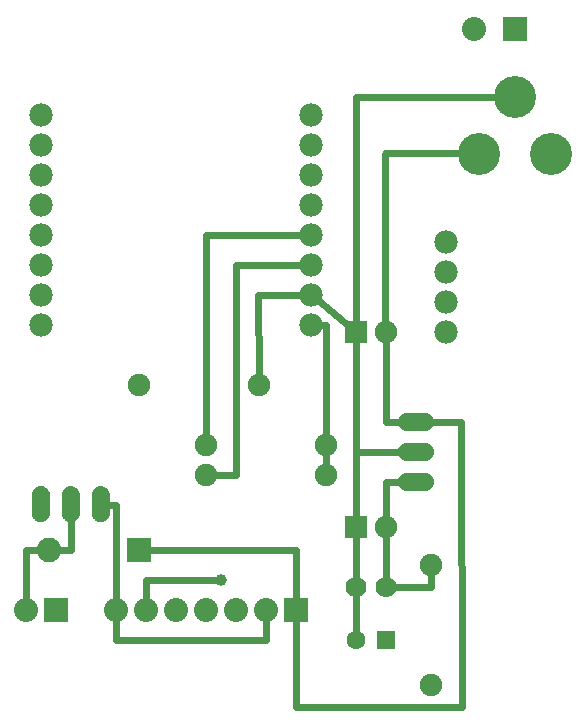
<source format=gbl>
G04 MADE WITH FRITZING*
G04 WWW.FRITZING.ORG*
G04 DOUBLE SIDED*
G04 HOLES PLATED*
G04 CONTOUR ON CENTER OF CONTOUR VECTOR*
%ASAXBY*%
%FSLAX23Y23*%
%MOIN*%
%OFA0B0*%
%SFA1.0B1.0*%
%ADD10C,0.077778*%
%ADD11C,0.075000*%
%ADD12C,0.080000*%
%ADD13C,0.140000*%
%ADD14C,0.060000*%
%ADD15C,0.062992*%
%ADD16C,0.070000*%
%ADD17C,0.082000*%
%ADD18C,0.039370*%
%ADD19C,0.078000*%
%ADD20R,0.080000X0.080000*%
%ADD21R,0.075000X0.075000*%
%ADD22R,0.062992X0.062992*%
%ADD23R,0.082000X0.082000*%
%ADD24C,0.024000*%
%ADD25R,0.001000X0.001000*%
%LNCOPPER0*%
G90*
G70*
G54D10*
X150Y2051D03*
X150Y1951D03*
X150Y1851D03*
X150Y1751D03*
X150Y1651D03*
X150Y1551D03*
X150Y1451D03*
X150Y1351D03*
X1050Y1351D03*
X1050Y1451D03*
X1050Y1551D03*
X1050Y1651D03*
X1050Y1751D03*
X1050Y1851D03*
X1050Y1951D03*
X1050Y2051D03*
G54D11*
X1100Y951D03*
X700Y951D03*
X1100Y851D03*
X700Y851D03*
G54D12*
X999Y402D03*
X899Y402D03*
X799Y402D03*
X699Y402D03*
X599Y402D03*
X499Y402D03*
X399Y402D03*
G54D13*
X1610Y1921D03*
X1850Y1921D03*
X1730Y2111D03*
G54D14*
X1400Y1026D03*
X1400Y926D03*
X1400Y826D03*
G54D11*
X1200Y1326D03*
X1300Y1326D03*
X1200Y676D03*
X1300Y676D03*
X1450Y551D03*
X1450Y151D03*
G54D15*
X1298Y301D03*
X1200Y301D03*
G54D16*
X1200Y476D03*
X1300Y476D03*
G54D14*
X149Y752D03*
X249Y752D03*
X349Y752D03*
G54D11*
X475Y1151D03*
X875Y1151D03*
G54D17*
X475Y601D03*
X177Y601D03*
G54D18*
X749Y502D03*
G54D12*
X199Y402D03*
X99Y402D03*
G54D19*
X1500Y1326D03*
X1500Y1426D03*
X1500Y1526D03*
X1500Y1626D03*
G54D12*
X1730Y2336D03*
X1592Y2336D03*
G54D20*
X999Y402D03*
G54D21*
X1200Y1326D03*
X1200Y676D03*
G54D22*
X1298Y301D03*
G54D23*
X476Y601D03*
G54D20*
X199Y402D03*
X1730Y2336D03*
G54D24*
X1200Y2111D02*
X1669Y2111D01*
D02*
X1200Y1355D02*
X1200Y2111D01*
D02*
X99Y602D02*
X145Y602D01*
D02*
X99Y433D02*
X99Y602D01*
D02*
X1300Y1026D02*
X1300Y1298D01*
D02*
X1369Y1026D02*
X1300Y1026D01*
D02*
X1200Y926D02*
X1369Y926D01*
D02*
X1200Y1298D02*
X1200Y926D01*
D02*
X1200Y926D02*
X1200Y705D01*
D02*
X1369Y926D02*
X1200Y926D01*
D02*
X1300Y826D02*
X1369Y826D01*
D02*
X1300Y705D02*
X1300Y826D01*
D02*
X1300Y502D02*
X1300Y648D01*
D02*
X1450Y523D02*
X1450Y476D01*
D02*
X1178Y1345D02*
X1072Y1433D01*
D02*
X874Y1452D02*
X875Y1180D01*
D02*
X1021Y1451D02*
X874Y1452D01*
D02*
X1200Y502D02*
X1200Y648D01*
D02*
X1200Y328D02*
X1200Y450D01*
D02*
X248Y602D02*
X249Y721D01*
D02*
X209Y602D02*
X248Y602D01*
D02*
X400Y751D02*
X399Y433D01*
D02*
X380Y752D02*
X400Y751D01*
D02*
X999Y77D02*
X999Y371D01*
D02*
X1551Y77D02*
X999Y77D01*
D02*
X1549Y1026D02*
X1551Y77D01*
D02*
X1431Y1026D02*
X1549Y1026D01*
D02*
X400Y301D02*
X399Y371D01*
D02*
X898Y301D02*
X400Y301D01*
D02*
X899Y371D02*
X898Y301D01*
D02*
X507Y601D02*
X999Y602D01*
D02*
X999Y602D02*
X999Y433D01*
D02*
X1099Y1352D02*
X1100Y980D01*
D02*
X1079Y1352D02*
X1099Y1352D01*
D02*
X1100Y880D02*
X1100Y923D01*
D02*
X1450Y476D02*
X1326Y476D01*
D02*
X699Y1650D02*
X700Y980D01*
D02*
X1021Y1651D02*
X699Y1650D01*
D02*
X800Y851D02*
X728Y851D01*
D02*
X800Y1551D02*
X800Y851D01*
D02*
X1021Y1551D02*
X800Y1551D01*
D02*
X498Y501D02*
X730Y502D01*
D02*
X499Y433D02*
X498Y501D01*
G54D25*
X1297Y1934D02*
X1610Y1934D01*
X1294Y1933D02*
X1613Y1933D01*
X1292Y1932D02*
X1615Y1932D01*
X1291Y1931D02*
X1616Y1931D01*
X1290Y1930D02*
X1617Y1930D01*
X1289Y1929D02*
X1618Y1929D01*
X1289Y1928D02*
X1619Y1928D01*
X1288Y1927D02*
X1619Y1927D01*
X1288Y1926D02*
X1619Y1926D01*
X1288Y1925D02*
X1620Y1925D01*
X1287Y1924D02*
X1620Y1924D01*
X1287Y1923D02*
X1620Y1923D01*
X1287Y1922D02*
X1620Y1922D01*
X1287Y1921D02*
X1620Y1921D01*
X1287Y1920D02*
X1620Y1920D01*
X1287Y1919D02*
X1620Y1919D01*
X1287Y1918D02*
X1619Y1918D01*
X1287Y1917D02*
X1619Y1917D01*
X1287Y1916D02*
X1618Y1916D01*
X1287Y1915D02*
X1618Y1915D01*
X1287Y1914D02*
X1617Y1914D01*
X1287Y1913D02*
X1616Y1913D01*
X1287Y1912D02*
X1614Y1912D01*
X1287Y1911D02*
X1612Y1911D01*
X1287Y1910D02*
X1310Y1910D01*
X1287Y1909D02*
X1310Y1909D01*
X1287Y1908D02*
X1310Y1908D01*
X1287Y1907D02*
X1310Y1907D01*
X1287Y1906D02*
X1310Y1906D01*
X1287Y1905D02*
X1310Y1905D01*
X1287Y1904D02*
X1310Y1904D01*
X1287Y1903D02*
X1310Y1903D01*
X1287Y1902D02*
X1310Y1902D01*
X1287Y1901D02*
X1310Y1901D01*
X1287Y1900D02*
X1310Y1900D01*
X1287Y1899D02*
X1310Y1899D01*
X1287Y1898D02*
X1310Y1898D01*
X1287Y1897D02*
X1310Y1897D01*
X1287Y1896D02*
X1310Y1896D01*
X1287Y1895D02*
X1310Y1895D01*
X1287Y1894D02*
X1310Y1894D01*
X1287Y1893D02*
X1310Y1893D01*
X1287Y1892D02*
X1310Y1892D01*
X1287Y1891D02*
X1310Y1891D01*
X1287Y1890D02*
X1310Y1890D01*
X1287Y1889D02*
X1310Y1889D01*
X1287Y1888D02*
X1310Y1888D01*
X1287Y1887D02*
X1310Y1887D01*
X1287Y1886D02*
X1310Y1886D01*
X1287Y1885D02*
X1310Y1885D01*
X1287Y1884D02*
X1310Y1884D01*
X1287Y1883D02*
X1310Y1883D01*
X1287Y1882D02*
X1310Y1882D01*
X1287Y1881D02*
X1310Y1881D01*
X1287Y1880D02*
X1310Y1880D01*
X1287Y1879D02*
X1310Y1879D01*
X1287Y1878D02*
X1310Y1878D01*
X1287Y1877D02*
X1310Y1877D01*
X1287Y1876D02*
X1310Y1876D01*
X1287Y1875D02*
X1310Y1875D01*
X1287Y1874D02*
X1310Y1874D01*
X1287Y1873D02*
X1310Y1873D01*
X1287Y1872D02*
X1310Y1872D01*
X1287Y1871D02*
X1310Y1871D01*
X1287Y1870D02*
X1310Y1870D01*
X1287Y1869D02*
X1310Y1869D01*
X1287Y1868D02*
X1310Y1868D01*
X1287Y1867D02*
X1310Y1867D01*
X1287Y1866D02*
X1310Y1866D01*
X1287Y1865D02*
X1310Y1865D01*
X1287Y1864D02*
X1310Y1864D01*
X1287Y1863D02*
X1310Y1863D01*
X1287Y1862D02*
X1310Y1862D01*
X1287Y1861D02*
X1310Y1861D01*
X1287Y1860D02*
X1310Y1860D01*
X1287Y1859D02*
X1310Y1859D01*
X1287Y1858D02*
X1310Y1858D01*
X1287Y1857D02*
X1310Y1857D01*
X1287Y1856D02*
X1310Y1856D01*
X1287Y1855D02*
X1310Y1855D01*
X1287Y1854D02*
X1310Y1854D01*
X1287Y1853D02*
X1310Y1853D01*
X1287Y1852D02*
X1310Y1852D01*
X1287Y1851D02*
X1310Y1851D01*
X1287Y1850D02*
X1310Y1850D01*
X1287Y1849D02*
X1310Y1849D01*
X1287Y1848D02*
X1310Y1848D01*
X1287Y1847D02*
X1310Y1847D01*
X1287Y1846D02*
X1310Y1846D01*
X1287Y1845D02*
X1310Y1845D01*
X1287Y1844D02*
X1310Y1844D01*
X1287Y1843D02*
X1310Y1843D01*
X1287Y1842D02*
X1310Y1842D01*
X1287Y1841D02*
X1310Y1841D01*
X1287Y1840D02*
X1310Y1840D01*
X1287Y1839D02*
X1310Y1839D01*
X1287Y1838D02*
X1310Y1838D01*
X1287Y1837D02*
X1310Y1837D01*
X1287Y1836D02*
X1310Y1836D01*
X1287Y1835D02*
X1310Y1835D01*
X1287Y1834D02*
X1310Y1834D01*
X1287Y1833D02*
X1310Y1833D01*
X1287Y1832D02*
X1310Y1832D01*
X1287Y1831D02*
X1310Y1831D01*
X1287Y1830D02*
X1310Y1830D01*
X1287Y1829D02*
X1310Y1829D01*
X1287Y1828D02*
X1310Y1828D01*
X1287Y1827D02*
X1310Y1827D01*
X1287Y1826D02*
X1310Y1826D01*
X1287Y1825D02*
X1310Y1825D01*
X1287Y1824D02*
X1310Y1824D01*
X1287Y1823D02*
X1310Y1823D01*
X1287Y1822D02*
X1310Y1822D01*
X1287Y1821D02*
X1310Y1821D01*
X1287Y1820D02*
X1310Y1820D01*
X1287Y1819D02*
X1310Y1819D01*
X1287Y1818D02*
X1310Y1818D01*
X1287Y1817D02*
X1310Y1817D01*
X1287Y1816D02*
X1310Y1816D01*
X1287Y1815D02*
X1310Y1815D01*
X1287Y1814D02*
X1310Y1814D01*
X1287Y1813D02*
X1310Y1813D01*
X1287Y1812D02*
X1310Y1812D01*
X1287Y1811D02*
X1310Y1811D01*
X1287Y1810D02*
X1310Y1810D01*
X1287Y1809D02*
X1310Y1809D01*
X1287Y1808D02*
X1310Y1808D01*
X1287Y1807D02*
X1310Y1807D01*
X1287Y1806D02*
X1310Y1806D01*
X1287Y1805D02*
X1310Y1805D01*
X1287Y1804D02*
X1310Y1804D01*
X1287Y1803D02*
X1310Y1803D01*
X1287Y1802D02*
X1310Y1802D01*
X1287Y1801D02*
X1310Y1801D01*
X1287Y1800D02*
X1310Y1800D01*
X1287Y1799D02*
X1310Y1799D01*
X1287Y1798D02*
X1310Y1798D01*
X1287Y1797D02*
X1310Y1797D01*
X1287Y1796D02*
X1310Y1796D01*
X1287Y1795D02*
X1310Y1795D01*
X1287Y1794D02*
X1310Y1794D01*
X1287Y1793D02*
X1310Y1793D01*
X1287Y1792D02*
X1310Y1792D01*
X1287Y1791D02*
X1310Y1791D01*
X1287Y1790D02*
X1310Y1790D01*
X1287Y1789D02*
X1310Y1789D01*
X1287Y1788D02*
X1310Y1788D01*
X1287Y1787D02*
X1310Y1787D01*
X1287Y1786D02*
X1310Y1786D01*
X1287Y1785D02*
X1310Y1785D01*
X1287Y1784D02*
X1310Y1784D01*
X1287Y1783D02*
X1310Y1783D01*
X1287Y1782D02*
X1310Y1782D01*
X1287Y1781D02*
X1310Y1781D01*
X1287Y1780D02*
X1310Y1780D01*
X1287Y1779D02*
X1310Y1779D01*
X1287Y1778D02*
X1310Y1778D01*
X1287Y1777D02*
X1310Y1777D01*
X1287Y1776D02*
X1310Y1776D01*
X1287Y1775D02*
X1310Y1775D01*
X1287Y1774D02*
X1310Y1774D01*
X1287Y1773D02*
X1310Y1773D01*
X1287Y1772D02*
X1310Y1772D01*
X1287Y1771D02*
X1310Y1771D01*
X1287Y1770D02*
X1310Y1770D01*
X1287Y1769D02*
X1310Y1769D01*
X1287Y1768D02*
X1310Y1768D01*
X1287Y1767D02*
X1310Y1767D01*
X1287Y1766D02*
X1310Y1766D01*
X1287Y1765D02*
X1310Y1765D01*
X1287Y1764D02*
X1310Y1764D01*
X1287Y1763D02*
X1310Y1763D01*
X1287Y1762D02*
X1310Y1762D01*
X1287Y1761D02*
X1310Y1761D01*
X1287Y1760D02*
X1310Y1760D01*
X1287Y1759D02*
X1310Y1759D01*
X1287Y1758D02*
X1310Y1758D01*
X1287Y1757D02*
X1310Y1757D01*
X1287Y1756D02*
X1310Y1756D01*
X1287Y1755D02*
X1310Y1755D01*
X1287Y1754D02*
X1310Y1754D01*
X1287Y1753D02*
X1310Y1753D01*
X1287Y1752D02*
X1310Y1752D01*
X1287Y1751D02*
X1310Y1751D01*
X1287Y1750D02*
X1310Y1750D01*
X1287Y1749D02*
X1310Y1749D01*
X1287Y1748D02*
X1310Y1748D01*
X1287Y1747D02*
X1310Y1747D01*
X1287Y1746D02*
X1310Y1746D01*
X1287Y1745D02*
X1310Y1745D01*
X1287Y1744D02*
X1310Y1744D01*
X1287Y1743D02*
X1310Y1743D01*
X1287Y1742D02*
X1310Y1742D01*
X1287Y1741D02*
X1310Y1741D01*
X1287Y1740D02*
X1310Y1740D01*
X1287Y1739D02*
X1310Y1739D01*
X1287Y1738D02*
X1310Y1738D01*
X1287Y1737D02*
X1310Y1737D01*
X1287Y1736D02*
X1310Y1736D01*
X1287Y1735D02*
X1310Y1735D01*
X1287Y1734D02*
X1310Y1734D01*
X1287Y1733D02*
X1310Y1733D01*
X1287Y1732D02*
X1310Y1732D01*
X1287Y1731D02*
X1310Y1731D01*
X1287Y1730D02*
X1310Y1730D01*
X1287Y1729D02*
X1310Y1729D01*
X1287Y1728D02*
X1310Y1728D01*
X1287Y1727D02*
X1310Y1727D01*
X1287Y1726D02*
X1310Y1726D01*
X1287Y1725D02*
X1310Y1725D01*
X1287Y1724D02*
X1310Y1724D01*
X1287Y1723D02*
X1310Y1723D01*
X1287Y1722D02*
X1310Y1722D01*
X1287Y1721D02*
X1310Y1721D01*
X1287Y1720D02*
X1310Y1720D01*
X1287Y1719D02*
X1310Y1719D01*
X1287Y1718D02*
X1310Y1718D01*
X1287Y1717D02*
X1310Y1717D01*
X1287Y1716D02*
X1310Y1716D01*
X1287Y1715D02*
X1310Y1715D01*
X1287Y1714D02*
X1310Y1714D01*
X1287Y1713D02*
X1310Y1713D01*
X1287Y1712D02*
X1310Y1712D01*
X1287Y1711D02*
X1310Y1711D01*
X1287Y1710D02*
X1310Y1710D01*
X1287Y1709D02*
X1310Y1709D01*
X1287Y1708D02*
X1310Y1708D01*
X1287Y1707D02*
X1310Y1707D01*
X1287Y1706D02*
X1310Y1706D01*
X1287Y1705D02*
X1310Y1705D01*
X1287Y1704D02*
X1310Y1704D01*
X1287Y1703D02*
X1310Y1703D01*
X1287Y1702D02*
X1310Y1702D01*
X1287Y1701D02*
X1310Y1701D01*
X1287Y1700D02*
X1310Y1700D01*
X1287Y1699D02*
X1310Y1699D01*
X1287Y1698D02*
X1310Y1698D01*
X1287Y1697D02*
X1310Y1697D01*
X1287Y1696D02*
X1310Y1696D01*
X1287Y1695D02*
X1310Y1695D01*
X1287Y1694D02*
X1310Y1694D01*
X1287Y1693D02*
X1310Y1693D01*
X1287Y1692D02*
X1310Y1692D01*
X1287Y1691D02*
X1310Y1691D01*
X1287Y1690D02*
X1310Y1690D01*
X1287Y1689D02*
X1310Y1689D01*
X1287Y1688D02*
X1310Y1688D01*
X1287Y1687D02*
X1310Y1687D01*
X1287Y1686D02*
X1310Y1686D01*
X1287Y1685D02*
X1310Y1685D01*
X1287Y1684D02*
X1310Y1684D01*
X1287Y1683D02*
X1310Y1683D01*
X1287Y1682D02*
X1310Y1682D01*
X1287Y1681D02*
X1310Y1681D01*
X1287Y1680D02*
X1310Y1680D01*
X1287Y1679D02*
X1310Y1679D01*
X1287Y1678D02*
X1310Y1678D01*
X1287Y1677D02*
X1310Y1677D01*
X1287Y1676D02*
X1310Y1676D01*
X1287Y1675D02*
X1310Y1675D01*
X1287Y1674D02*
X1310Y1674D01*
X1287Y1673D02*
X1310Y1673D01*
X1287Y1672D02*
X1310Y1672D01*
X1287Y1671D02*
X1310Y1671D01*
X1287Y1670D02*
X1310Y1670D01*
X1287Y1669D02*
X1310Y1669D01*
X1287Y1668D02*
X1310Y1668D01*
X1287Y1667D02*
X1310Y1667D01*
X1287Y1666D02*
X1310Y1666D01*
X1287Y1665D02*
X1310Y1665D01*
X1287Y1664D02*
X1310Y1664D01*
X1287Y1663D02*
X1310Y1663D01*
X1287Y1662D02*
X1310Y1662D01*
X1287Y1661D02*
X1310Y1661D01*
X1287Y1660D02*
X1310Y1660D01*
X1287Y1659D02*
X1310Y1659D01*
X1287Y1658D02*
X1310Y1658D01*
X1287Y1657D02*
X1310Y1657D01*
X1287Y1656D02*
X1310Y1656D01*
X1287Y1655D02*
X1310Y1655D01*
X1287Y1654D02*
X1310Y1654D01*
X1287Y1653D02*
X1310Y1653D01*
X1287Y1652D02*
X1310Y1652D01*
X1287Y1651D02*
X1310Y1651D01*
X1287Y1650D02*
X1310Y1650D01*
X1287Y1649D02*
X1310Y1649D01*
X1287Y1648D02*
X1310Y1648D01*
X1287Y1647D02*
X1310Y1647D01*
X1287Y1646D02*
X1310Y1646D01*
X1287Y1645D02*
X1310Y1645D01*
X1287Y1644D02*
X1310Y1644D01*
X1287Y1643D02*
X1310Y1643D01*
X1287Y1642D02*
X1310Y1642D01*
X1287Y1641D02*
X1310Y1641D01*
X1287Y1640D02*
X1310Y1640D01*
X1287Y1639D02*
X1310Y1639D01*
X1287Y1638D02*
X1310Y1638D01*
X1287Y1637D02*
X1310Y1637D01*
X1287Y1636D02*
X1310Y1636D01*
X1287Y1635D02*
X1310Y1635D01*
X1287Y1634D02*
X1310Y1634D01*
X1287Y1633D02*
X1310Y1633D01*
X1287Y1632D02*
X1310Y1632D01*
X1287Y1631D02*
X1310Y1631D01*
X1287Y1630D02*
X1310Y1630D01*
X1287Y1629D02*
X1310Y1629D01*
X1287Y1628D02*
X1310Y1628D01*
X1287Y1627D02*
X1310Y1627D01*
X1287Y1626D02*
X1310Y1626D01*
X1287Y1625D02*
X1310Y1625D01*
X1287Y1624D02*
X1310Y1624D01*
X1287Y1623D02*
X1310Y1623D01*
X1287Y1622D02*
X1310Y1622D01*
X1287Y1621D02*
X1310Y1621D01*
X1287Y1620D02*
X1310Y1620D01*
X1287Y1619D02*
X1310Y1619D01*
X1287Y1618D02*
X1310Y1618D01*
X1287Y1617D02*
X1310Y1617D01*
X1287Y1616D02*
X1310Y1616D01*
X1287Y1615D02*
X1310Y1615D01*
X1287Y1614D02*
X1310Y1614D01*
X1287Y1613D02*
X1310Y1613D01*
X1287Y1612D02*
X1310Y1612D01*
X1287Y1611D02*
X1310Y1611D01*
X1287Y1610D02*
X1310Y1610D01*
X1287Y1609D02*
X1310Y1609D01*
X1287Y1608D02*
X1310Y1608D01*
X1287Y1607D02*
X1310Y1607D01*
X1287Y1606D02*
X1310Y1606D01*
X1287Y1605D02*
X1310Y1605D01*
X1287Y1604D02*
X1310Y1604D01*
X1287Y1603D02*
X1310Y1603D01*
X1287Y1602D02*
X1310Y1602D01*
X1287Y1601D02*
X1310Y1601D01*
X1287Y1600D02*
X1310Y1600D01*
X1287Y1599D02*
X1310Y1599D01*
X1287Y1598D02*
X1310Y1598D01*
X1287Y1597D02*
X1310Y1597D01*
X1287Y1596D02*
X1310Y1596D01*
X1287Y1595D02*
X1310Y1595D01*
X1287Y1594D02*
X1310Y1594D01*
X1287Y1593D02*
X1310Y1593D01*
X1287Y1592D02*
X1310Y1592D01*
X1287Y1591D02*
X1310Y1591D01*
X1287Y1590D02*
X1310Y1590D01*
X1287Y1589D02*
X1310Y1589D01*
X1287Y1588D02*
X1310Y1588D01*
X1287Y1587D02*
X1310Y1587D01*
X1287Y1586D02*
X1310Y1586D01*
X1287Y1585D02*
X1310Y1585D01*
X1287Y1584D02*
X1310Y1584D01*
X1287Y1583D02*
X1310Y1583D01*
X1287Y1582D02*
X1310Y1582D01*
X1287Y1581D02*
X1310Y1581D01*
X1287Y1580D02*
X1310Y1580D01*
X1287Y1579D02*
X1310Y1579D01*
X1287Y1578D02*
X1310Y1578D01*
X1287Y1577D02*
X1310Y1577D01*
X1287Y1576D02*
X1310Y1576D01*
X1287Y1575D02*
X1310Y1575D01*
X1287Y1574D02*
X1310Y1574D01*
X1287Y1573D02*
X1310Y1573D01*
X1287Y1572D02*
X1310Y1572D01*
X1287Y1571D02*
X1310Y1571D01*
X1287Y1570D02*
X1310Y1570D01*
X1287Y1569D02*
X1310Y1569D01*
X1287Y1568D02*
X1310Y1568D01*
X1287Y1567D02*
X1310Y1567D01*
X1287Y1566D02*
X1310Y1566D01*
X1287Y1565D02*
X1310Y1565D01*
X1287Y1564D02*
X1310Y1564D01*
X1287Y1563D02*
X1310Y1563D01*
X1287Y1562D02*
X1310Y1562D01*
X1287Y1561D02*
X1310Y1561D01*
X1287Y1560D02*
X1310Y1560D01*
X1287Y1559D02*
X1310Y1559D01*
X1287Y1558D02*
X1310Y1558D01*
X1287Y1557D02*
X1310Y1557D01*
X1287Y1556D02*
X1310Y1556D01*
X1287Y1555D02*
X1310Y1555D01*
X1287Y1554D02*
X1310Y1554D01*
X1287Y1553D02*
X1310Y1553D01*
X1287Y1552D02*
X1310Y1552D01*
X1287Y1551D02*
X1310Y1551D01*
X1287Y1550D02*
X1310Y1550D01*
X1287Y1549D02*
X1310Y1549D01*
X1287Y1548D02*
X1310Y1548D01*
X1287Y1547D02*
X1310Y1547D01*
X1287Y1546D02*
X1310Y1546D01*
X1287Y1545D02*
X1310Y1545D01*
X1287Y1544D02*
X1310Y1544D01*
X1287Y1543D02*
X1310Y1543D01*
X1287Y1542D02*
X1310Y1542D01*
X1287Y1541D02*
X1310Y1541D01*
X1287Y1540D02*
X1310Y1540D01*
X1287Y1539D02*
X1310Y1539D01*
X1287Y1538D02*
X1310Y1538D01*
X1287Y1537D02*
X1310Y1537D01*
X1287Y1536D02*
X1310Y1536D01*
X1287Y1535D02*
X1310Y1535D01*
X1287Y1534D02*
X1310Y1534D01*
X1287Y1533D02*
X1310Y1533D01*
X1287Y1532D02*
X1310Y1532D01*
X1287Y1531D02*
X1310Y1531D01*
X1287Y1530D02*
X1310Y1530D01*
X1287Y1529D02*
X1310Y1529D01*
X1287Y1528D02*
X1310Y1528D01*
X1287Y1527D02*
X1310Y1527D01*
X1287Y1526D02*
X1310Y1526D01*
X1287Y1525D02*
X1310Y1525D01*
X1287Y1524D02*
X1310Y1524D01*
X1287Y1523D02*
X1310Y1523D01*
X1287Y1522D02*
X1310Y1522D01*
X1287Y1521D02*
X1310Y1521D01*
X1287Y1520D02*
X1310Y1520D01*
X1287Y1519D02*
X1310Y1519D01*
X1287Y1518D02*
X1310Y1518D01*
X1287Y1517D02*
X1310Y1517D01*
X1287Y1516D02*
X1310Y1516D01*
X1287Y1515D02*
X1310Y1515D01*
X1287Y1514D02*
X1310Y1514D01*
X1287Y1513D02*
X1310Y1513D01*
X1287Y1512D02*
X1310Y1512D01*
X1287Y1511D02*
X1310Y1511D01*
X1287Y1510D02*
X1310Y1510D01*
X1287Y1509D02*
X1310Y1509D01*
X1287Y1508D02*
X1310Y1508D01*
X1287Y1507D02*
X1310Y1507D01*
X1287Y1506D02*
X1310Y1506D01*
X1287Y1505D02*
X1310Y1505D01*
X1287Y1504D02*
X1310Y1504D01*
X1287Y1503D02*
X1310Y1503D01*
X1287Y1502D02*
X1310Y1502D01*
X1287Y1501D02*
X1310Y1501D01*
X1287Y1500D02*
X1310Y1500D01*
X1287Y1499D02*
X1310Y1499D01*
X1287Y1498D02*
X1310Y1498D01*
X1287Y1497D02*
X1310Y1497D01*
X1287Y1496D02*
X1310Y1496D01*
X1287Y1495D02*
X1310Y1495D01*
X1287Y1494D02*
X1310Y1494D01*
X1287Y1493D02*
X1310Y1493D01*
X1287Y1492D02*
X1310Y1492D01*
X1287Y1491D02*
X1310Y1491D01*
X1287Y1490D02*
X1310Y1490D01*
X1287Y1489D02*
X1310Y1489D01*
X1287Y1488D02*
X1310Y1488D01*
X1287Y1487D02*
X1310Y1487D01*
X1287Y1486D02*
X1310Y1486D01*
X1287Y1485D02*
X1310Y1485D01*
X1287Y1484D02*
X1310Y1484D01*
X1287Y1483D02*
X1310Y1483D01*
X1287Y1482D02*
X1310Y1482D01*
X1287Y1481D02*
X1310Y1481D01*
X1287Y1480D02*
X1310Y1480D01*
X1287Y1479D02*
X1310Y1479D01*
X1287Y1478D02*
X1310Y1478D01*
X1287Y1477D02*
X1310Y1477D01*
X1287Y1476D02*
X1310Y1476D01*
X1287Y1475D02*
X1310Y1475D01*
X1287Y1474D02*
X1310Y1474D01*
X1287Y1473D02*
X1310Y1473D01*
X1287Y1472D02*
X1310Y1472D01*
X1287Y1471D02*
X1310Y1471D01*
X1287Y1470D02*
X1310Y1470D01*
X1287Y1469D02*
X1310Y1469D01*
X1287Y1468D02*
X1310Y1468D01*
X1287Y1467D02*
X1310Y1467D01*
X1287Y1466D02*
X1310Y1466D01*
X1287Y1465D02*
X1310Y1465D01*
X1287Y1464D02*
X1310Y1464D01*
X1287Y1463D02*
X1310Y1463D01*
X1287Y1462D02*
X1310Y1462D01*
X1287Y1461D02*
X1310Y1461D01*
X1287Y1460D02*
X1310Y1460D01*
X1287Y1459D02*
X1310Y1459D01*
X1287Y1458D02*
X1310Y1458D01*
X1287Y1457D02*
X1310Y1457D01*
X1287Y1456D02*
X1310Y1456D01*
X1287Y1455D02*
X1310Y1455D01*
X1287Y1454D02*
X1310Y1454D01*
X1287Y1453D02*
X1310Y1453D01*
X1287Y1452D02*
X1310Y1452D01*
X1287Y1451D02*
X1310Y1451D01*
X1287Y1450D02*
X1310Y1450D01*
X1287Y1449D02*
X1310Y1449D01*
X1287Y1448D02*
X1310Y1448D01*
X1287Y1447D02*
X1310Y1447D01*
X1287Y1446D02*
X1310Y1446D01*
X1287Y1445D02*
X1310Y1445D01*
X1287Y1444D02*
X1310Y1444D01*
X1287Y1443D02*
X1310Y1443D01*
X1287Y1442D02*
X1310Y1442D01*
X1287Y1441D02*
X1310Y1441D01*
X1287Y1440D02*
X1310Y1440D01*
X1287Y1439D02*
X1310Y1439D01*
X1287Y1438D02*
X1310Y1438D01*
X1287Y1437D02*
X1310Y1437D01*
X1287Y1436D02*
X1310Y1436D01*
X1287Y1435D02*
X1310Y1435D01*
X1287Y1434D02*
X1310Y1434D01*
X1287Y1433D02*
X1310Y1433D01*
X1287Y1432D02*
X1310Y1432D01*
X1287Y1431D02*
X1310Y1431D01*
X1287Y1430D02*
X1310Y1430D01*
X1287Y1429D02*
X1310Y1429D01*
X1287Y1428D02*
X1310Y1428D01*
X1287Y1427D02*
X1310Y1427D01*
X1287Y1426D02*
X1310Y1426D01*
X1287Y1425D02*
X1310Y1425D01*
X1287Y1424D02*
X1310Y1424D01*
X1287Y1423D02*
X1310Y1423D01*
X1287Y1422D02*
X1310Y1422D01*
X1287Y1421D02*
X1310Y1421D01*
X1287Y1420D02*
X1310Y1420D01*
X1287Y1419D02*
X1310Y1419D01*
X1287Y1418D02*
X1310Y1418D01*
X1287Y1417D02*
X1310Y1417D01*
X1287Y1416D02*
X1310Y1416D01*
X1287Y1415D02*
X1310Y1415D01*
X1287Y1414D02*
X1310Y1414D01*
X1287Y1413D02*
X1310Y1413D01*
X1287Y1412D02*
X1310Y1412D01*
X1287Y1411D02*
X1310Y1411D01*
X1287Y1410D02*
X1310Y1410D01*
X1287Y1409D02*
X1310Y1409D01*
X1287Y1408D02*
X1310Y1408D01*
X1287Y1407D02*
X1310Y1407D01*
X1287Y1406D02*
X1310Y1406D01*
X1287Y1405D02*
X1310Y1405D01*
X1287Y1404D02*
X1310Y1404D01*
X1287Y1403D02*
X1310Y1403D01*
X1287Y1402D02*
X1310Y1402D01*
X1287Y1401D02*
X1310Y1401D01*
X1287Y1400D02*
X1310Y1400D01*
X1287Y1399D02*
X1310Y1399D01*
X1287Y1398D02*
X1310Y1398D01*
X1287Y1397D02*
X1310Y1397D01*
X1287Y1396D02*
X1310Y1396D01*
X1287Y1395D02*
X1310Y1395D01*
X1287Y1394D02*
X1310Y1394D01*
X1287Y1393D02*
X1310Y1393D01*
X1287Y1392D02*
X1310Y1392D01*
X1287Y1391D02*
X1310Y1391D01*
X1287Y1390D02*
X1310Y1390D01*
X1287Y1389D02*
X1310Y1389D01*
X1287Y1388D02*
X1310Y1388D01*
X1287Y1387D02*
X1310Y1387D01*
X1287Y1386D02*
X1310Y1386D01*
X1287Y1385D02*
X1310Y1385D01*
X1287Y1384D02*
X1310Y1384D01*
X1287Y1383D02*
X1310Y1383D01*
X1287Y1382D02*
X1310Y1382D01*
X1287Y1381D02*
X1310Y1381D01*
X1287Y1380D02*
X1310Y1380D01*
X1287Y1379D02*
X1310Y1379D01*
X1287Y1378D02*
X1310Y1378D01*
X1287Y1377D02*
X1310Y1377D01*
X1287Y1376D02*
X1310Y1376D01*
X1287Y1375D02*
X1310Y1375D01*
X1287Y1374D02*
X1310Y1374D01*
X1287Y1373D02*
X1310Y1373D01*
X1287Y1372D02*
X1310Y1372D01*
X1287Y1371D02*
X1310Y1371D01*
X1287Y1370D02*
X1310Y1370D01*
X1287Y1369D02*
X1310Y1369D01*
X1287Y1368D02*
X1310Y1368D01*
X1287Y1367D02*
X1310Y1367D01*
X1287Y1366D02*
X1310Y1366D01*
X1287Y1365D02*
X1310Y1365D01*
X1287Y1364D02*
X1310Y1364D01*
X1287Y1363D02*
X1310Y1363D01*
X1287Y1362D02*
X1310Y1362D01*
X1287Y1361D02*
X1310Y1361D01*
X1287Y1360D02*
X1310Y1360D01*
X1287Y1359D02*
X1310Y1359D01*
X1287Y1358D02*
X1310Y1358D01*
X1287Y1357D02*
X1310Y1357D01*
X1287Y1356D02*
X1310Y1356D01*
X1287Y1355D02*
X1310Y1355D01*
X1287Y1354D02*
X1310Y1354D01*
X1287Y1353D02*
X1310Y1353D01*
X1287Y1352D02*
X1310Y1352D01*
X1287Y1351D02*
X1310Y1351D01*
X1287Y1350D02*
X1310Y1350D01*
X1287Y1349D02*
X1310Y1349D01*
X1287Y1348D02*
X1310Y1348D01*
X1287Y1347D02*
X1310Y1347D01*
X1287Y1346D02*
X1310Y1346D01*
X1287Y1345D02*
X1310Y1345D01*
X1287Y1344D02*
X1310Y1344D01*
X1287Y1343D02*
X1310Y1343D01*
X1287Y1342D02*
X1310Y1342D01*
X1287Y1341D02*
X1310Y1341D01*
X1287Y1340D02*
X1310Y1340D01*
X1287Y1339D02*
X1310Y1339D01*
X1287Y1338D02*
X1310Y1338D01*
X1287Y1337D02*
X1310Y1337D01*
X1287Y1336D02*
X1310Y1336D01*
X1287Y1335D02*
X1310Y1335D01*
X1287Y1334D02*
X1310Y1334D01*
X1287Y1333D02*
X1310Y1333D01*
X1287Y1332D02*
X1310Y1332D01*
X1287Y1331D02*
X1310Y1331D01*
X1287Y1330D02*
X1310Y1330D01*
X1287Y1329D02*
X1310Y1329D01*
X1287Y1328D02*
X1310Y1328D01*
X1287Y1327D02*
X1310Y1327D01*
X1287Y1326D02*
X1310Y1326D01*
X1287Y1325D02*
X1310Y1325D01*
X1288Y1324D02*
X1310Y1324D01*
X1288Y1323D02*
X1309Y1323D01*
X1289Y1322D02*
X1309Y1322D01*
X1289Y1321D02*
X1308Y1321D01*
X1290Y1320D02*
X1308Y1320D01*
X1291Y1319D02*
X1307Y1319D01*
X1292Y1318D02*
X1306Y1318D01*
X1293Y1317D02*
X1304Y1317D01*
X1296Y1316D02*
X1302Y1316D01*
X1364Y1057D02*
X1433Y1057D01*
X1360Y1056D02*
X1437Y1056D01*
X1357Y1055D02*
X1440Y1055D01*
X1355Y1054D02*
X1442Y1054D01*
X1353Y1053D02*
X1444Y1053D01*
X1352Y1052D02*
X1445Y1052D01*
X1351Y1051D02*
X1447Y1051D01*
X1349Y1050D02*
X1448Y1050D01*
X1348Y1049D02*
X1449Y1049D01*
X1347Y1048D02*
X1450Y1048D01*
X1346Y1047D02*
X1394Y1047D01*
X1403Y1047D02*
X1451Y1047D01*
X1346Y1046D02*
X1391Y1046D01*
X1407Y1046D02*
X1452Y1046D01*
X1345Y1045D02*
X1389Y1045D01*
X1409Y1045D02*
X1452Y1045D01*
X1344Y1044D02*
X1387Y1044D01*
X1410Y1044D02*
X1453Y1044D01*
X1344Y1043D02*
X1386Y1043D01*
X1412Y1043D02*
X1454Y1043D01*
X1343Y1042D02*
X1385Y1042D01*
X1413Y1042D02*
X1454Y1042D01*
X1342Y1041D02*
X1384Y1041D01*
X1414Y1041D02*
X1455Y1041D01*
X1342Y1040D02*
X1383Y1040D01*
X1415Y1040D02*
X1455Y1040D01*
X1342Y1039D02*
X1382Y1039D01*
X1415Y1039D02*
X1456Y1039D01*
X1341Y1038D02*
X1381Y1038D01*
X1416Y1038D02*
X1456Y1038D01*
X1341Y1037D02*
X1381Y1037D01*
X1417Y1037D02*
X1457Y1037D01*
X1340Y1036D02*
X1380Y1036D01*
X1417Y1036D02*
X1457Y1036D01*
X1340Y1035D02*
X1380Y1035D01*
X1418Y1035D02*
X1457Y1035D01*
X1340Y1034D02*
X1379Y1034D01*
X1418Y1034D02*
X1457Y1034D01*
X1340Y1033D02*
X1379Y1033D01*
X1418Y1033D02*
X1458Y1033D01*
X1340Y1032D02*
X1379Y1032D01*
X1419Y1032D02*
X1458Y1032D01*
X1339Y1031D02*
X1379Y1031D01*
X1419Y1031D02*
X1458Y1031D01*
X1339Y1030D02*
X1378Y1030D01*
X1419Y1030D02*
X1458Y1030D01*
X1339Y1029D02*
X1378Y1029D01*
X1419Y1029D02*
X1458Y1029D01*
X1339Y1028D02*
X1378Y1028D01*
X1419Y1028D02*
X1458Y1028D01*
X1339Y1027D02*
X1378Y1027D01*
X1419Y1027D02*
X1458Y1027D01*
X1339Y1026D02*
X1378Y1026D01*
X1419Y1026D02*
X1458Y1026D01*
X1339Y1025D02*
X1378Y1025D01*
X1419Y1025D02*
X1458Y1025D01*
X1339Y1024D02*
X1379Y1024D01*
X1419Y1024D02*
X1458Y1024D01*
X1340Y1023D02*
X1379Y1023D01*
X1419Y1023D02*
X1458Y1023D01*
X1340Y1022D02*
X1379Y1022D01*
X1418Y1022D02*
X1458Y1022D01*
X1340Y1021D02*
X1379Y1021D01*
X1418Y1021D02*
X1457Y1021D01*
X1340Y1020D02*
X1380Y1020D01*
X1418Y1020D02*
X1457Y1020D01*
X1340Y1019D02*
X1380Y1019D01*
X1417Y1019D02*
X1457Y1019D01*
X1341Y1018D02*
X1381Y1018D01*
X1417Y1018D02*
X1457Y1018D01*
X1341Y1017D02*
X1381Y1017D01*
X1416Y1017D02*
X1456Y1017D01*
X1341Y1016D02*
X1382Y1016D01*
X1415Y1016D02*
X1456Y1016D01*
X1342Y1015D02*
X1383Y1015D01*
X1415Y1015D02*
X1455Y1015D01*
X1342Y1014D02*
X1384Y1014D01*
X1414Y1014D02*
X1455Y1014D01*
X1343Y1013D02*
X1384Y1013D01*
X1413Y1013D02*
X1454Y1013D01*
X1344Y1012D02*
X1386Y1012D01*
X1412Y1012D02*
X1454Y1012D01*
X1344Y1011D02*
X1387Y1011D01*
X1410Y1011D02*
X1453Y1011D01*
X1345Y1010D02*
X1389Y1010D01*
X1409Y1010D02*
X1452Y1010D01*
X1346Y1009D02*
X1391Y1009D01*
X1407Y1009D02*
X1452Y1009D01*
X1346Y1008D02*
X1394Y1008D01*
X1403Y1008D02*
X1451Y1008D01*
X1347Y1007D02*
X1450Y1007D01*
X1348Y1006D02*
X1449Y1006D01*
X1349Y1005D02*
X1448Y1005D01*
X1351Y1004D02*
X1447Y1004D01*
X1352Y1003D02*
X1445Y1003D01*
X1353Y1002D02*
X1444Y1002D01*
X1355Y1001D02*
X1442Y1001D01*
X1357Y1000D02*
X1440Y1000D01*
X1360Y999D02*
X1438Y999D01*
X1364Y998D02*
X1434Y998D01*
X1364Y957D02*
X1434Y957D01*
X1360Y956D02*
X1438Y956D01*
X1357Y955D02*
X1440Y955D01*
X1355Y954D02*
X1442Y954D01*
X1353Y953D02*
X1444Y953D01*
X1352Y952D02*
X1445Y952D01*
X1351Y951D02*
X1447Y951D01*
X1349Y950D02*
X1448Y950D01*
X1348Y949D02*
X1449Y949D01*
X1347Y948D02*
X1450Y948D01*
X1346Y947D02*
X1394Y947D01*
X1404Y947D02*
X1451Y947D01*
X1346Y946D02*
X1391Y946D01*
X1407Y946D02*
X1452Y946D01*
X1345Y945D02*
X1389Y945D01*
X1409Y945D02*
X1453Y945D01*
X1344Y944D02*
X1387Y944D01*
X1410Y944D02*
X1453Y944D01*
X1344Y943D02*
X1386Y943D01*
X1412Y943D02*
X1454Y943D01*
X1343Y942D02*
X1384Y942D01*
X1413Y942D02*
X1454Y942D01*
X1342Y941D02*
X1384Y941D01*
X1414Y941D02*
X1455Y941D01*
X1342Y940D02*
X1383Y940D01*
X1415Y940D02*
X1455Y940D01*
X1341Y939D02*
X1382Y939D01*
X1416Y939D02*
X1456Y939D01*
X1341Y938D02*
X1381Y938D01*
X1416Y938D02*
X1456Y938D01*
X1341Y937D02*
X1381Y937D01*
X1417Y937D02*
X1457Y937D01*
X1340Y936D02*
X1380Y936D01*
X1417Y936D02*
X1457Y936D01*
X1340Y935D02*
X1380Y935D01*
X1418Y935D02*
X1457Y935D01*
X1340Y934D02*
X1379Y934D01*
X1418Y934D02*
X1457Y934D01*
X1340Y933D02*
X1379Y933D01*
X1418Y933D02*
X1458Y933D01*
X1340Y932D02*
X1379Y932D01*
X1419Y932D02*
X1458Y932D01*
X1339Y931D02*
X1379Y931D01*
X1419Y931D02*
X1458Y931D01*
X1339Y930D02*
X1378Y930D01*
X1419Y930D02*
X1458Y930D01*
X1339Y929D02*
X1378Y929D01*
X1419Y929D02*
X1458Y929D01*
X1339Y928D02*
X1378Y928D01*
X1419Y928D02*
X1458Y928D01*
X1339Y927D02*
X1378Y927D01*
X1419Y927D02*
X1458Y927D01*
X1339Y926D02*
X1378Y926D01*
X1419Y926D02*
X1458Y926D01*
X1339Y925D02*
X1378Y925D01*
X1419Y925D02*
X1458Y925D01*
X1339Y924D02*
X1379Y924D01*
X1419Y924D02*
X1458Y924D01*
X1340Y923D02*
X1379Y923D01*
X1419Y923D02*
X1458Y923D01*
X1340Y922D02*
X1379Y922D01*
X1418Y922D02*
X1458Y922D01*
X1340Y921D02*
X1379Y921D01*
X1418Y921D02*
X1457Y921D01*
X1340Y920D02*
X1380Y920D01*
X1418Y920D02*
X1457Y920D01*
X1340Y919D02*
X1380Y919D01*
X1417Y919D02*
X1457Y919D01*
X1341Y918D02*
X1381Y918D01*
X1417Y918D02*
X1457Y918D01*
X1341Y917D02*
X1381Y917D01*
X1416Y917D02*
X1456Y917D01*
X1342Y916D02*
X1382Y916D01*
X1415Y916D02*
X1456Y916D01*
X1342Y915D02*
X1383Y915D01*
X1415Y915D02*
X1455Y915D01*
X1342Y914D02*
X1384Y914D01*
X1414Y914D02*
X1455Y914D01*
X1343Y913D02*
X1385Y913D01*
X1413Y913D02*
X1454Y913D01*
X1344Y912D02*
X1386Y912D01*
X1412Y912D02*
X1454Y912D01*
X1344Y911D02*
X1387Y911D01*
X1410Y911D02*
X1453Y911D01*
X1345Y910D02*
X1389Y910D01*
X1409Y910D02*
X1452Y910D01*
X1346Y909D02*
X1391Y909D01*
X1407Y909D02*
X1452Y909D01*
X1346Y908D02*
X1394Y908D01*
X1403Y908D02*
X1451Y908D01*
X1347Y907D02*
X1450Y907D01*
X1348Y906D02*
X1449Y906D01*
X1349Y905D02*
X1448Y905D01*
X1351Y904D02*
X1447Y904D01*
X1352Y903D02*
X1445Y903D01*
X1354Y902D02*
X1444Y902D01*
X1355Y901D02*
X1442Y901D01*
X1357Y900D02*
X1440Y900D01*
X1360Y899D02*
X1437Y899D01*
X1364Y898D02*
X1433Y898D01*
X1364Y857D02*
X1434Y857D01*
X1360Y856D02*
X1438Y856D01*
X1357Y855D02*
X1440Y855D01*
X1355Y854D02*
X1442Y854D01*
X1353Y853D02*
X1444Y853D01*
X1352Y852D02*
X1446Y852D01*
X1351Y851D02*
X1447Y851D01*
X1349Y850D02*
X1448Y850D01*
X1348Y849D02*
X1449Y849D01*
X1347Y848D02*
X1450Y848D01*
X1346Y847D02*
X1394Y847D01*
X1404Y847D02*
X1451Y847D01*
X1346Y846D02*
X1391Y846D01*
X1407Y846D02*
X1452Y846D01*
X1345Y845D02*
X1389Y845D01*
X1409Y845D02*
X1453Y845D01*
X1344Y844D02*
X1387Y844D01*
X1411Y844D02*
X1453Y844D01*
X1344Y843D02*
X1386Y843D01*
X1412Y843D02*
X1454Y843D01*
X1343Y842D02*
X1384Y842D01*
X1413Y842D02*
X1454Y842D01*
X1342Y841D02*
X1383Y841D01*
X1414Y841D02*
X1455Y841D01*
X1342Y840D02*
X1383Y840D01*
X1415Y840D02*
X1455Y840D01*
X1341Y839D02*
X1382Y839D01*
X1416Y839D02*
X1456Y839D01*
X1341Y838D02*
X1381Y838D01*
X1416Y838D02*
X1456Y838D01*
X1341Y837D02*
X1381Y837D01*
X1417Y837D02*
X1457Y837D01*
X1340Y836D02*
X1380Y836D01*
X1417Y836D02*
X1457Y836D01*
X1340Y835D02*
X1380Y835D01*
X1418Y835D02*
X1457Y835D01*
X1340Y834D02*
X1379Y834D01*
X1418Y834D02*
X1457Y834D01*
X1340Y833D02*
X1379Y833D01*
X1418Y833D02*
X1458Y833D01*
X1340Y832D02*
X1379Y832D01*
X1419Y832D02*
X1458Y832D01*
X1339Y831D02*
X1379Y831D01*
X1419Y831D02*
X1458Y831D01*
X1339Y830D02*
X1378Y830D01*
X1419Y830D02*
X1458Y830D01*
X1339Y829D02*
X1378Y829D01*
X1419Y829D02*
X1458Y829D01*
X1339Y828D02*
X1378Y828D01*
X1419Y828D02*
X1458Y828D01*
X1339Y827D02*
X1378Y827D01*
X1419Y827D02*
X1458Y827D01*
X1339Y826D02*
X1378Y826D01*
X1419Y826D02*
X1458Y826D01*
X1339Y825D02*
X1378Y825D01*
X1419Y825D02*
X1458Y825D01*
X1339Y824D02*
X1379Y824D01*
X1419Y824D02*
X1458Y824D01*
X1340Y823D02*
X1379Y823D01*
X1419Y823D02*
X1458Y823D01*
X1340Y822D02*
X1379Y822D01*
X1418Y822D02*
X1458Y822D01*
X1340Y821D02*
X1379Y821D01*
X1418Y821D02*
X1457Y821D01*
X1340Y820D02*
X1380Y820D01*
X1418Y820D02*
X1457Y820D01*
X1340Y819D02*
X1380Y819D01*
X1417Y819D02*
X1457Y819D01*
X1341Y818D02*
X1381Y818D01*
X1417Y818D02*
X1457Y818D01*
X1341Y817D02*
X1381Y817D01*
X1416Y817D02*
X1456Y817D01*
X1342Y816D02*
X1382Y816D01*
X1415Y816D02*
X1456Y816D01*
X1342Y815D02*
X1383Y815D01*
X1415Y815D02*
X1455Y815D01*
X1342Y814D02*
X1384Y814D01*
X1414Y814D02*
X1455Y814D01*
X145Y813D02*
X152Y813D01*
X245Y813D02*
X252Y813D01*
X345Y813D02*
X352Y813D01*
X1343Y813D02*
X1385Y813D01*
X1413Y813D02*
X1454Y813D01*
X140Y812D02*
X157Y812D01*
X240Y812D02*
X256Y812D01*
X340Y812D02*
X356Y812D01*
X1344Y812D02*
X1386Y812D01*
X1412Y812D02*
X1454Y812D01*
X137Y811D02*
X159Y811D01*
X237Y811D02*
X259Y811D01*
X337Y811D02*
X359Y811D01*
X1344Y811D02*
X1387Y811D01*
X1410Y811D02*
X1453Y811D01*
X135Y810D02*
X161Y810D01*
X235Y810D02*
X261Y810D01*
X335Y810D02*
X361Y810D01*
X1345Y810D02*
X1389Y810D01*
X1409Y810D02*
X1452Y810D01*
X133Y809D02*
X163Y809D01*
X233Y809D02*
X263Y809D01*
X333Y809D02*
X363Y809D01*
X1346Y809D02*
X1391Y809D01*
X1407Y809D02*
X1452Y809D01*
X132Y808D02*
X165Y808D01*
X232Y808D02*
X265Y808D01*
X332Y808D02*
X365Y808D01*
X1346Y808D02*
X1394Y808D01*
X1403Y808D02*
X1451Y808D01*
X131Y807D02*
X166Y807D01*
X230Y807D02*
X266Y807D01*
X330Y807D02*
X366Y807D01*
X1347Y807D02*
X1450Y807D01*
X129Y806D02*
X167Y806D01*
X229Y806D02*
X267Y806D01*
X329Y806D02*
X367Y806D01*
X1348Y806D02*
X1449Y806D01*
X128Y805D02*
X169Y805D01*
X228Y805D02*
X268Y805D01*
X328Y805D02*
X368Y805D01*
X1349Y805D02*
X1448Y805D01*
X127Y804D02*
X170Y804D01*
X227Y804D02*
X269Y804D01*
X327Y804D02*
X369Y804D01*
X1351Y804D02*
X1447Y804D01*
X126Y803D02*
X170Y803D01*
X226Y803D02*
X270Y803D01*
X326Y803D02*
X370Y803D01*
X1352Y803D02*
X1445Y803D01*
X125Y802D02*
X171Y802D01*
X225Y802D02*
X271Y802D01*
X325Y802D02*
X371Y802D01*
X1354Y802D02*
X1444Y802D01*
X125Y801D02*
X172Y801D01*
X225Y801D02*
X272Y801D01*
X325Y801D02*
X372Y801D01*
X1355Y801D02*
X1442Y801D01*
X124Y800D02*
X173Y800D01*
X224Y800D02*
X273Y800D01*
X324Y800D02*
X373Y800D01*
X1357Y800D02*
X1440Y800D01*
X123Y799D02*
X173Y799D01*
X223Y799D02*
X273Y799D01*
X323Y799D02*
X373Y799D01*
X1360Y799D02*
X1437Y799D01*
X123Y798D02*
X174Y798D01*
X223Y798D02*
X274Y798D01*
X323Y798D02*
X374Y798D01*
X1364Y798D02*
X1433Y798D01*
X122Y797D02*
X174Y797D01*
X222Y797D02*
X274Y797D01*
X322Y797D02*
X374Y797D01*
X122Y796D02*
X175Y796D01*
X222Y796D02*
X275Y796D01*
X322Y796D02*
X375Y796D01*
X121Y795D02*
X175Y795D01*
X221Y795D02*
X275Y795D01*
X321Y795D02*
X375Y795D01*
X121Y794D02*
X176Y794D01*
X221Y794D02*
X276Y794D01*
X321Y794D02*
X376Y794D01*
X120Y793D02*
X176Y793D01*
X220Y793D02*
X276Y793D01*
X320Y793D02*
X376Y793D01*
X120Y792D02*
X177Y792D01*
X220Y792D02*
X276Y792D01*
X320Y792D02*
X376Y792D01*
X120Y791D02*
X177Y791D01*
X220Y791D02*
X277Y791D01*
X320Y791D02*
X377Y791D01*
X120Y790D02*
X177Y790D01*
X220Y790D02*
X277Y790D01*
X320Y790D02*
X377Y790D01*
X119Y789D02*
X177Y789D01*
X219Y789D02*
X277Y789D01*
X319Y789D02*
X377Y789D01*
X119Y788D02*
X177Y788D01*
X219Y788D02*
X277Y788D01*
X319Y788D02*
X377Y788D01*
X119Y787D02*
X178Y787D01*
X219Y787D02*
X278Y787D01*
X319Y787D02*
X377Y787D01*
X119Y786D02*
X178Y786D01*
X219Y786D02*
X278Y786D01*
X319Y786D02*
X378Y786D01*
X119Y785D02*
X178Y785D01*
X219Y785D02*
X278Y785D01*
X319Y785D02*
X378Y785D01*
X119Y784D02*
X178Y784D01*
X219Y784D02*
X278Y784D01*
X319Y784D02*
X378Y784D01*
X119Y783D02*
X178Y783D01*
X219Y783D02*
X278Y783D01*
X319Y783D02*
X378Y783D01*
X119Y782D02*
X178Y782D01*
X219Y782D02*
X278Y782D01*
X319Y782D02*
X378Y782D01*
X119Y781D02*
X178Y781D01*
X219Y781D02*
X278Y781D01*
X319Y781D02*
X378Y781D01*
X119Y780D02*
X178Y780D01*
X219Y780D02*
X278Y780D01*
X319Y780D02*
X378Y780D01*
X119Y779D02*
X178Y779D01*
X219Y779D02*
X278Y779D01*
X319Y779D02*
X378Y779D01*
X119Y778D02*
X178Y778D01*
X219Y778D02*
X278Y778D01*
X319Y778D02*
X378Y778D01*
X119Y777D02*
X178Y777D01*
X219Y777D02*
X278Y777D01*
X319Y777D02*
X378Y777D01*
X119Y776D02*
X178Y776D01*
X219Y776D02*
X278Y776D01*
X319Y776D02*
X378Y776D01*
X119Y775D02*
X178Y775D01*
X219Y775D02*
X278Y775D01*
X319Y775D02*
X378Y775D01*
X119Y774D02*
X178Y774D01*
X219Y774D02*
X278Y774D01*
X319Y774D02*
X378Y774D01*
X119Y773D02*
X145Y773D01*
X152Y773D02*
X178Y773D01*
X219Y773D02*
X245Y773D01*
X252Y773D02*
X278Y773D01*
X319Y773D02*
X345Y773D01*
X352Y773D02*
X378Y773D01*
X119Y772D02*
X141Y772D01*
X156Y772D02*
X178Y772D01*
X219Y772D02*
X241Y772D01*
X256Y772D02*
X278Y772D01*
X319Y772D02*
X341Y772D01*
X356Y772D02*
X378Y772D01*
X119Y771D02*
X139Y771D01*
X158Y771D02*
X178Y771D01*
X219Y771D02*
X239Y771D01*
X258Y771D02*
X278Y771D01*
X319Y771D02*
X339Y771D01*
X358Y771D02*
X378Y771D01*
X119Y770D02*
X137Y770D01*
X160Y770D02*
X178Y770D01*
X219Y770D02*
X237Y770D01*
X260Y770D02*
X278Y770D01*
X319Y770D02*
X337Y770D01*
X360Y770D02*
X378Y770D01*
X119Y769D02*
X136Y769D01*
X161Y769D02*
X178Y769D01*
X219Y769D02*
X236Y769D01*
X261Y769D02*
X278Y769D01*
X319Y769D02*
X335Y769D01*
X361Y769D02*
X378Y769D01*
X119Y768D02*
X134Y768D01*
X162Y768D02*
X178Y768D01*
X219Y768D02*
X234Y768D01*
X262Y768D02*
X278Y768D01*
X319Y768D02*
X334Y768D01*
X362Y768D02*
X378Y768D01*
X119Y767D02*
X133Y767D01*
X163Y767D02*
X178Y767D01*
X219Y767D02*
X233Y767D01*
X263Y767D02*
X278Y767D01*
X319Y767D02*
X333Y767D01*
X363Y767D02*
X378Y767D01*
X119Y766D02*
X133Y766D01*
X164Y766D02*
X178Y766D01*
X219Y766D02*
X232Y766D01*
X264Y766D02*
X278Y766D01*
X319Y766D02*
X332Y766D01*
X364Y766D02*
X378Y766D01*
X119Y765D02*
X132Y765D01*
X165Y765D02*
X178Y765D01*
X219Y765D02*
X232Y765D01*
X265Y765D02*
X278Y765D01*
X319Y765D02*
X332Y765D01*
X365Y765D02*
X378Y765D01*
X119Y764D02*
X131Y764D01*
X166Y764D02*
X178Y764D01*
X219Y764D02*
X231Y764D01*
X266Y764D02*
X278Y764D01*
X319Y764D02*
X331Y764D01*
X366Y764D02*
X378Y764D01*
X119Y763D02*
X130Y763D01*
X166Y763D02*
X178Y763D01*
X219Y763D02*
X230Y763D01*
X266Y763D02*
X278Y763D01*
X319Y763D02*
X330Y763D01*
X366Y763D02*
X378Y763D01*
X119Y762D02*
X130Y762D01*
X167Y762D02*
X178Y762D01*
X219Y762D02*
X230Y762D01*
X267Y762D02*
X278Y762D01*
X319Y762D02*
X330Y762D01*
X367Y762D02*
X378Y762D01*
X119Y761D02*
X129Y761D01*
X167Y761D02*
X178Y761D01*
X219Y761D02*
X229Y761D01*
X267Y761D02*
X278Y761D01*
X319Y761D02*
X329Y761D01*
X367Y761D02*
X378Y761D01*
X119Y760D02*
X129Y760D01*
X168Y760D02*
X178Y760D01*
X219Y760D02*
X229Y760D01*
X268Y760D02*
X278Y760D01*
X319Y760D02*
X329Y760D01*
X368Y760D02*
X378Y760D01*
X119Y759D02*
X129Y759D01*
X168Y759D02*
X178Y759D01*
X219Y759D02*
X229Y759D01*
X268Y759D02*
X278Y759D01*
X319Y759D02*
X329Y759D01*
X368Y759D02*
X378Y759D01*
X119Y758D02*
X128Y758D01*
X168Y758D02*
X178Y758D01*
X219Y758D02*
X228Y758D01*
X268Y758D02*
X278Y758D01*
X319Y758D02*
X328Y758D01*
X368Y758D02*
X378Y758D01*
X119Y757D02*
X128Y757D01*
X168Y757D02*
X178Y757D01*
X219Y757D02*
X228Y757D01*
X268Y757D02*
X278Y757D01*
X319Y757D02*
X328Y757D01*
X368Y757D02*
X378Y757D01*
X119Y756D02*
X128Y756D01*
X169Y756D02*
X178Y756D01*
X219Y756D02*
X228Y756D01*
X269Y756D02*
X278Y756D01*
X319Y756D02*
X328Y756D01*
X368Y756D02*
X378Y756D01*
X119Y755D02*
X128Y755D01*
X169Y755D02*
X178Y755D01*
X219Y755D02*
X228Y755D01*
X269Y755D02*
X278Y755D01*
X319Y755D02*
X328Y755D01*
X369Y755D02*
X378Y755D01*
X119Y754D02*
X128Y754D01*
X169Y754D02*
X178Y754D01*
X219Y754D02*
X228Y754D01*
X269Y754D02*
X278Y754D01*
X319Y754D02*
X328Y754D01*
X369Y754D02*
X378Y754D01*
X119Y753D02*
X128Y753D01*
X169Y753D02*
X178Y753D01*
X219Y753D02*
X228Y753D01*
X269Y753D02*
X278Y753D01*
X319Y753D02*
X328Y753D01*
X369Y753D02*
X378Y753D01*
X119Y752D02*
X128Y752D01*
X169Y752D02*
X178Y752D01*
X219Y752D02*
X228Y752D01*
X269Y752D02*
X278Y752D01*
X319Y752D02*
X328Y752D01*
X369Y752D02*
X378Y752D01*
X119Y751D02*
X128Y751D01*
X169Y751D02*
X178Y751D01*
X219Y751D02*
X228Y751D01*
X269Y751D02*
X278Y751D01*
X319Y751D02*
X328Y751D01*
X369Y751D02*
X378Y751D01*
X119Y750D02*
X128Y750D01*
X168Y750D02*
X178Y750D01*
X219Y750D02*
X228Y750D01*
X268Y750D02*
X278Y750D01*
X319Y750D02*
X328Y750D01*
X368Y750D02*
X378Y750D01*
X119Y749D02*
X128Y749D01*
X168Y749D02*
X178Y749D01*
X219Y749D02*
X228Y749D01*
X268Y749D02*
X278Y749D01*
X319Y749D02*
X328Y749D01*
X368Y749D02*
X378Y749D01*
X119Y748D02*
X129Y748D01*
X168Y748D02*
X178Y748D01*
X219Y748D02*
X229Y748D01*
X268Y748D02*
X278Y748D01*
X319Y748D02*
X329Y748D01*
X368Y748D02*
X378Y748D01*
X119Y747D02*
X129Y747D01*
X168Y747D02*
X178Y747D01*
X219Y747D02*
X229Y747D01*
X268Y747D02*
X278Y747D01*
X319Y747D02*
X329Y747D01*
X368Y747D02*
X378Y747D01*
X119Y746D02*
X129Y746D01*
X167Y746D02*
X178Y746D01*
X219Y746D02*
X229Y746D01*
X267Y746D02*
X278Y746D01*
X319Y746D02*
X329Y746D01*
X367Y746D02*
X378Y746D01*
X119Y745D02*
X130Y745D01*
X167Y745D02*
X178Y745D01*
X219Y745D02*
X230Y745D01*
X267Y745D02*
X278Y745D01*
X319Y745D02*
X330Y745D01*
X367Y745D02*
X378Y745D01*
X119Y744D02*
X130Y744D01*
X166Y744D02*
X178Y744D01*
X219Y744D02*
X230Y744D01*
X266Y744D02*
X278Y744D01*
X319Y744D02*
X330Y744D01*
X366Y744D02*
X378Y744D01*
X119Y743D02*
X131Y743D01*
X166Y743D02*
X178Y743D01*
X219Y743D02*
X231Y743D01*
X266Y743D02*
X278Y743D01*
X319Y743D02*
X331Y743D01*
X366Y743D02*
X378Y743D01*
X119Y742D02*
X131Y742D01*
X165Y742D02*
X178Y742D01*
X219Y742D02*
X231Y742D01*
X265Y742D02*
X278Y742D01*
X319Y742D02*
X331Y742D01*
X365Y742D02*
X378Y742D01*
X119Y741D02*
X132Y741D01*
X164Y741D02*
X178Y741D01*
X219Y741D02*
X232Y741D01*
X264Y741D02*
X278Y741D01*
X319Y741D02*
X332Y741D01*
X364Y741D02*
X378Y741D01*
X119Y740D02*
X133Y740D01*
X164Y740D02*
X178Y740D01*
X219Y740D02*
X233Y740D01*
X264Y740D02*
X278Y740D01*
X319Y740D02*
X333Y740D01*
X364Y740D02*
X378Y740D01*
X119Y739D02*
X134Y739D01*
X163Y739D02*
X178Y739D01*
X219Y739D02*
X234Y739D01*
X263Y739D02*
X278Y739D01*
X319Y739D02*
X334Y739D01*
X363Y739D02*
X378Y739D01*
X119Y738D02*
X135Y738D01*
X162Y738D02*
X178Y738D01*
X219Y738D02*
X235Y738D01*
X262Y738D02*
X278Y738D01*
X319Y738D02*
X335Y738D01*
X361Y738D02*
X378Y738D01*
X119Y737D02*
X136Y737D01*
X160Y737D02*
X178Y737D01*
X219Y737D02*
X236Y737D01*
X260Y737D02*
X278Y737D01*
X319Y737D02*
X336Y737D01*
X360Y737D02*
X378Y737D01*
X119Y736D02*
X138Y736D01*
X159Y736D02*
X178Y736D01*
X219Y736D02*
X238Y736D01*
X259Y736D02*
X278Y736D01*
X319Y736D02*
X338Y736D01*
X359Y736D02*
X378Y736D01*
X119Y735D02*
X140Y735D01*
X157Y735D02*
X178Y735D01*
X219Y735D02*
X240Y735D01*
X257Y735D02*
X278Y735D01*
X319Y735D02*
X340Y735D01*
X357Y735D02*
X378Y735D01*
X119Y734D02*
X143Y734D01*
X154Y734D02*
X178Y734D01*
X219Y734D02*
X243Y734D01*
X254Y734D02*
X278Y734D01*
X319Y734D02*
X343Y734D01*
X354Y734D02*
X378Y734D01*
X119Y733D02*
X178Y733D01*
X219Y733D02*
X278Y733D01*
X319Y733D02*
X378Y733D01*
X119Y732D02*
X178Y732D01*
X219Y732D02*
X278Y732D01*
X319Y732D02*
X378Y732D01*
X119Y731D02*
X178Y731D01*
X219Y731D02*
X278Y731D01*
X319Y731D02*
X378Y731D01*
X119Y730D02*
X178Y730D01*
X219Y730D02*
X278Y730D01*
X319Y730D02*
X378Y730D01*
X119Y729D02*
X178Y729D01*
X219Y729D02*
X278Y729D01*
X319Y729D02*
X378Y729D01*
X119Y728D02*
X178Y728D01*
X219Y728D02*
X278Y728D01*
X319Y728D02*
X378Y728D01*
X119Y727D02*
X178Y727D01*
X219Y727D02*
X278Y727D01*
X319Y727D02*
X378Y727D01*
X119Y726D02*
X178Y726D01*
X219Y726D02*
X278Y726D01*
X319Y726D02*
X378Y726D01*
X119Y725D02*
X178Y725D01*
X219Y725D02*
X278Y725D01*
X319Y725D02*
X378Y725D01*
X119Y724D02*
X178Y724D01*
X219Y724D02*
X278Y724D01*
X319Y724D02*
X378Y724D01*
X119Y723D02*
X178Y723D01*
X219Y723D02*
X278Y723D01*
X319Y723D02*
X378Y723D01*
X119Y722D02*
X178Y722D01*
X219Y722D02*
X278Y722D01*
X319Y722D02*
X378Y722D01*
X119Y721D02*
X178Y721D01*
X219Y721D02*
X278Y721D01*
X319Y721D02*
X378Y721D01*
X119Y720D02*
X178Y720D01*
X219Y720D02*
X278Y720D01*
X319Y720D02*
X378Y720D01*
X119Y719D02*
X177Y719D01*
X219Y719D02*
X277Y719D01*
X319Y719D02*
X377Y719D01*
X119Y718D02*
X177Y718D01*
X219Y718D02*
X277Y718D01*
X319Y718D02*
X377Y718D01*
X120Y717D02*
X177Y717D01*
X219Y717D02*
X277Y717D01*
X319Y717D02*
X377Y717D01*
X120Y716D02*
X177Y716D01*
X220Y716D02*
X277Y716D01*
X320Y716D02*
X377Y716D01*
X120Y715D02*
X177Y715D01*
X220Y715D02*
X277Y715D01*
X320Y715D02*
X377Y715D01*
X120Y714D02*
X176Y714D01*
X220Y714D02*
X276Y714D01*
X320Y714D02*
X376Y714D01*
X121Y713D02*
X176Y713D01*
X221Y713D02*
X276Y713D01*
X321Y713D02*
X376Y713D01*
X121Y712D02*
X176Y712D01*
X221Y712D02*
X276Y712D01*
X321Y712D02*
X376Y712D01*
X122Y711D02*
X175Y711D01*
X221Y711D02*
X275Y711D01*
X321Y711D02*
X375Y711D01*
X122Y710D02*
X175Y710D01*
X222Y710D02*
X275Y710D01*
X322Y710D02*
X375Y710D01*
X122Y709D02*
X174Y709D01*
X222Y709D02*
X274Y709D01*
X322Y709D02*
X374Y709D01*
X123Y708D02*
X174Y708D01*
X223Y708D02*
X274Y708D01*
X323Y708D02*
X374Y708D01*
X124Y707D02*
X173Y707D01*
X224Y707D02*
X273Y707D01*
X324Y707D02*
X373Y707D01*
X124Y706D02*
X172Y706D01*
X224Y706D02*
X272Y706D01*
X324Y706D02*
X372Y706D01*
X125Y705D02*
X172Y705D01*
X225Y705D02*
X271Y705D01*
X325Y705D02*
X371Y705D01*
X126Y704D02*
X171Y704D01*
X226Y704D02*
X271Y704D01*
X326Y704D02*
X371Y704D01*
X127Y703D02*
X170Y703D01*
X227Y703D02*
X270Y703D01*
X327Y703D02*
X370Y703D01*
X128Y702D02*
X169Y702D01*
X228Y702D02*
X269Y702D01*
X328Y702D02*
X369Y702D01*
X129Y701D02*
X168Y701D01*
X229Y701D02*
X268Y701D01*
X329Y701D02*
X368Y701D01*
X130Y700D02*
X167Y700D01*
X230Y700D02*
X267Y700D01*
X330Y700D02*
X367Y700D01*
X131Y699D02*
X165Y699D01*
X231Y699D02*
X265Y699D01*
X331Y699D02*
X365Y699D01*
X133Y698D02*
X164Y698D01*
X233Y698D02*
X264Y698D01*
X333Y698D02*
X364Y698D01*
X134Y697D02*
X162Y697D01*
X234Y697D02*
X262Y697D01*
X334Y697D02*
X362Y697D01*
X137Y696D02*
X160Y696D01*
X236Y696D02*
X260Y696D01*
X336Y696D02*
X360Y696D01*
X139Y695D02*
X158Y695D01*
X239Y695D02*
X258Y695D01*
X339Y695D02*
X358Y695D01*
X143Y694D02*
X154Y694D01*
X243Y694D02*
X254Y694D01*
X342Y694D02*
X354Y694D01*
D02*
G04 End of Copper0*
M02*
</source>
